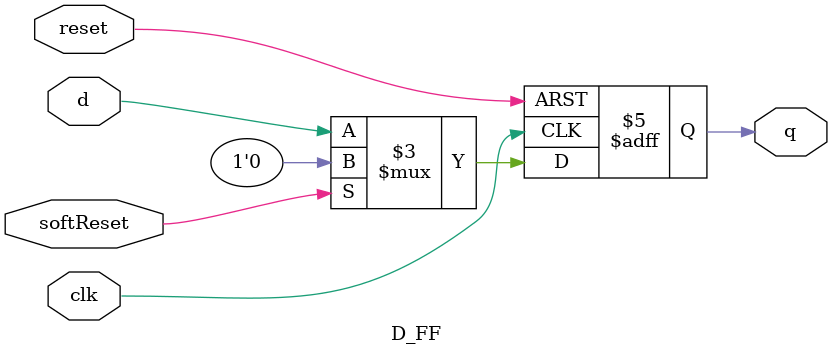
<source format=sv>
module D_FF (q, d, reset, softReset, clk);
	output logic q;
	input logic d, reset, clk, softReset;
	
	always_ff @(posedge clk or posedge reset)
		if (reset)
			q <= 0; // On reset, set to 0
    else if(softReset)
      q <= 0;
		else
			q <= d; // Otherwise out = d
endmodule

/*
module D_FF_testbench();
	logic clk, reset, d, q;
	
	D_FF dut (.q, .d, .reset, .clk); 
	
	// Set up the clock
	parameter ClockDelay = 100;
	initial begin ;
		clk <= 0;
		forever #(ClockDelay/2) clk <= ~clk;
	end
	
	initial begin
		d <= 0; reset <= 1;  @(posedge clk);
				reset <= 0; 	@(posedge clk);
				d <= 1; 			@(posedge clk);
				d <= 0; 			@(posedge clk);
									@(posedge clk);
									@(posedge clk);
		$stop(); // end the simulation
	end
endmodule */


</source>
